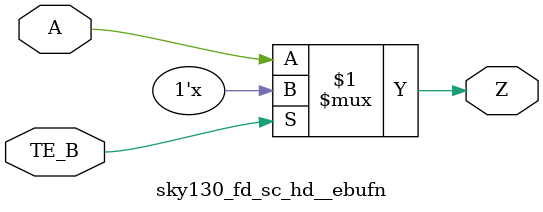
<source format=v>
/*
 * Copyright 2020 The SkyWater PDK Authors
 *
 * Licensed under the Apache License, Version 2.0 (the "License");
 * you may not use this file except in compliance with the License.
 * You may obtain a copy of the License at
 *
 *     https://www.apache.org/licenses/LICENSE-2.0
 *
 * Unless required by applicable law or agreed to in writing, software
 * distributed under the License is distributed on an "AS IS" BASIS,
 * WITHOUT WARRANTIES OR CONDITIONS OF ANY KIND, either express or implied.
 * See the License for the specific language governing permissions and
 * limitations under the License.
 *
 * SPDX-License-Identifier: Apache-2.0
*/


`ifndef SKY130_FD_SC_HD__EBUFN_FUNCTIONAL_V
`define SKY130_FD_SC_HD__EBUFN_FUNCTIONAL_V

/**
 * ebufn: Tri-state buffer, negative enable.
 *
 * Verilog simulation functional model.
 */

`timescale 1ns / 1ps
`default_nettype none

`celldefine
module sky130_fd_sc_hd__ebufn (
    Z   ,
    A   ,
    TE_B
);

    // Module ports
    output Z   ;
    input  A   ;
    input  TE_B;

    //     Name     Output  Other arguments
    bufif0 bufif00 (Z     , A, TE_B        );

endmodule
`endcelldefine

`default_nettype wire
`endif  // SKY130_FD_SC_HD__EBUFN_FUNCTIONAL_V
</source>
